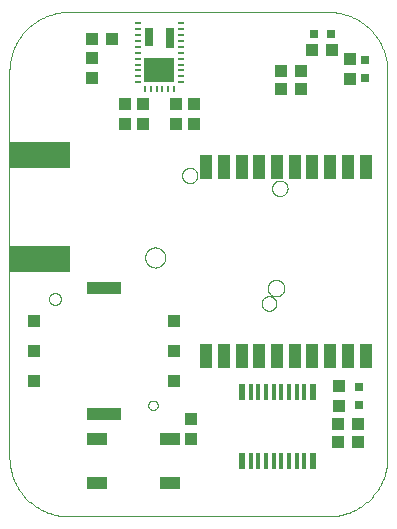
<source format=gtp>
G75*
%MOIN*%
%OFA0B0*%
%FSLAX25Y25*%
%IPPOS*%
%LPD*%
%AMOC8*
5,1,8,0,0,1.08239X$1,22.5*
%
%ADD10C,0.00000*%
%ADD11R,0.20000X0.09000*%
%ADD12R,0.07087X0.04331*%
%ADD13R,0.04331X0.03937*%
%ADD14R,0.03937X0.04331*%
%ADD15R,0.03150X0.03150*%
%ADD16R,0.03937X0.07874*%
%ADD17R,0.01969X0.00984*%
%ADD18R,0.00984X0.01969*%
%ADD19R,0.02953X0.06890*%
%ADD20R,0.02953X0.05906*%
%ADD21R,0.09843X0.08268*%
%ADD22R,0.01575X0.05315*%
%ADD23R,0.02362X0.05315*%
%ADD24R,0.11811X0.03937*%
D10*
X0114340Y0151282D02*
X0114340Y0280022D01*
X0114346Y0280498D01*
X0114363Y0280973D01*
X0114392Y0281448D01*
X0114432Y0281922D01*
X0114484Y0282395D01*
X0114547Y0282866D01*
X0114621Y0283336D01*
X0114707Y0283804D01*
X0114804Y0284270D01*
X0114912Y0284733D01*
X0115031Y0285193D01*
X0115162Y0285651D01*
X0115303Y0286105D01*
X0115456Y0286556D01*
X0115619Y0287002D01*
X0115793Y0287445D01*
X0115978Y0287883D01*
X0116173Y0288317D01*
X0116379Y0288746D01*
X0116595Y0289170D01*
X0116821Y0289589D01*
X0117057Y0290002D01*
X0117303Y0290409D01*
X0117559Y0290810D01*
X0117825Y0291204D01*
X0118100Y0291593D01*
X0118384Y0291974D01*
X0118677Y0292348D01*
X0118979Y0292716D01*
X0119291Y0293076D01*
X0119610Y0293428D01*
X0119938Y0293772D01*
X0120275Y0294109D01*
X0120619Y0294437D01*
X0120971Y0294756D01*
X0121331Y0295068D01*
X0121699Y0295370D01*
X0122073Y0295663D01*
X0122454Y0295947D01*
X0122843Y0296222D01*
X0123237Y0296488D01*
X0123638Y0296744D01*
X0124045Y0296990D01*
X0124458Y0297226D01*
X0124877Y0297452D01*
X0125301Y0297668D01*
X0125730Y0297874D01*
X0126164Y0298069D01*
X0126602Y0298254D01*
X0127045Y0298428D01*
X0127491Y0298591D01*
X0127942Y0298744D01*
X0128396Y0298885D01*
X0128854Y0299016D01*
X0129314Y0299135D01*
X0129777Y0299243D01*
X0130243Y0299340D01*
X0130711Y0299426D01*
X0131181Y0299500D01*
X0131652Y0299563D01*
X0132125Y0299615D01*
X0132599Y0299655D01*
X0133074Y0299684D01*
X0133549Y0299701D01*
X0134025Y0299707D01*
X0220639Y0299707D01*
X0221115Y0299701D01*
X0221590Y0299684D01*
X0222065Y0299655D01*
X0222539Y0299615D01*
X0223012Y0299563D01*
X0223483Y0299500D01*
X0223953Y0299426D01*
X0224421Y0299340D01*
X0224887Y0299243D01*
X0225350Y0299135D01*
X0225810Y0299016D01*
X0226268Y0298885D01*
X0226722Y0298744D01*
X0227173Y0298591D01*
X0227619Y0298428D01*
X0228062Y0298254D01*
X0228500Y0298069D01*
X0228934Y0297874D01*
X0229363Y0297668D01*
X0229787Y0297452D01*
X0230206Y0297226D01*
X0230619Y0296990D01*
X0231026Y0296744D01*
X0231427Y0296488D01*
X0231821Y0296222D01*
X0232210Y0295947D01*
X0232591Y0295663D01*
X0232965Y0295370D01*
X0233333Y0295068D01*
X0233693Y0294756D01*
X0234045Y0294437D01*
X0234389Y0294109D01*
X0234726Y0293772D01*
X0235054Y0293428D01*
X0235373Y0293076D01*
X0235685Y0292716D01*
X0235987Y0292348D01*
X0236280Y0291974D01*
X0236564Y0291593D01*
X0236839Y0291204D01*
X0237105Y0290810D01*
X0237361Y0290409D01*
X0237607Y0290002D01*
X0237843Y0289589D01*
X0238069Y0289170D01*
X0238285Y0288746D01*
X0238491Y0288317D01*
X0238686Y0287883D01*
X0238871Y0287445D01*
X0239045Y0287002D01*
X0239208Y0286556D01*
X0239361Y0286105D01*
X0239502Y0285651D01*
X0239633Y0285193D01*
X0239752Y0284733D01*
X0239860Y0284270D01*
X0239957Y0283804D01*
X0240043Y0283336D01*
X0240117Y0282866D01*
X0240180Y0282395D01*
X0240232Y0281922D01*
X0240272Y0281448D01*
X0240301Y0280973D01*
X0240318Y0280498D01*
X0240324Y0280022D01*
X0240324Y0151282D01*
X0240318Y0150806D01*
X0240301Y0150331D01*
X0240272Y0149856D01*
X0240232Y0149382D01*
X0240180Y0148909D01*
X0240117Y0148438D01*
X0240043Y0147968D01*
X0239957Y0147500D01*
X0239860Y0147034D01*
X0239752Y0146571D01*
X0239633Y0146111D01*
X0239502Y0145653D01*
X0239361Y0145199D01*
X0239208Y0144748D01*
X0239045Y0144302D01*
X0238871Y0143859D01*
X0238686Y0143421D01*
X0238491Y0142987D01*
X0238285Y0142558D01*
X0238069Y0142134D01*
X0237843Y0141715D01*
X0237607Y0141302D01*
X0237361Y0140895D01*
X0237105Y0140494D01*
X0236839Y0140100D01*
X0236564Y0139711D01*
X0236280Y0139330D01*
X0235987Y0138956D01*
X0235685Y0138588D01*
X0235373Y0138228D01*
X0235054Y0137876D01*
X0234726Y0137532D01*
X0234389Y0137195D01*
X0234045Y0136867D01*
X0233693Y0136548D01*
X0233333Y0136236D01*
X0232965Y0135934D01*
X0232591Y0135641D01*
X0232210Y0135357D01*
X0231821Y0135082D01*
X0231427Y0134816D01*
X0231026Y0134560D01*
X0230619Y0134314D01*
X0230206Y0134078D01*
X0229787Y0133852D01*
X0229363Y0133636D01*
X0228934Y0133430D01*
X0228500Y0133235D01*
X0228062Y0133050D01*
X0227619Y0132876D01*
X0227173Y0132713D01*
X0226722Y0132560D01*
X0226268Y0132419D01*
X0225810Y0132288D01*
X0225350Y0132169D01*
X0224887Y0132061D01*
X0224421Y0131964D01*
X0223953Y0131878D01*
X0223483Y0131804D01*
X0223012Y0131741D01*
X0222539Y0131689D01*
X0222065Y0131649D01*
X0221590Y0131620D01*
X0221115Y0131603D01*
X0220639Y0131597D01*
X0134025Y0131597D01*
X0133549Y0131603D01*
X0133074Y0131620D01*
X0132599Y0131649D01*
X0132125Y0131689D01*
X0131652Y0131741D01*
X0131181Y0131804D01*
X0130711Y0131878D01*
X0130243Y0131964D01*
X0129777Y0132061D01*
X0129314Y0132169D01*
X0128854Y0132288D01*
X0128396Y0132419D01*
X0127942Y0132560D01*
X0127491Y0132713D01*
X0127045Y0132876D01*
X0126602Y0133050D01*
X0126164Y0133235D01*
X0125730Y0133430D01*
X0125301Y0133636D01*
X0124877Y0133852D01*
X0124458Y0134078D01*
X0124045Y0134314D01*
X0123638Y0134560D01*
X0123237Y0134816D01*
X0122843Y0135082D01*
X0122454Y0135357D01*
X0122073Y0135641D01*
X0121699Y0135934D01*
X0121331Y0136236D01*
X0120971Y0136548D01*
X0120619Y0136867D01*
X0120275Y0137195D01*
X0119938Y0137532D01*
X0119610Y0137876D01*
X0119291Y0138228D01*
X0118979Y0138588D01*
X0118677Y0138956D01*
X0118384Y0139330D01*
X0118100Y0139711D01*
X0117825Y0140100D01*
X0117559Y0140494D01*
X0117303Y0140895D01*
X0117057Y0141302D01*
X0116821Y0141715D01*
X0116595Y0142134D01*
X0116379Y0142558D01*
X0116173Y0142987D01*
X0115978Y0143421D01*
X0115793Y0143859D01*
X0115619Y0144302D01*
X0115456Y0144748D01*
X0115303Y0145199D01*
X0115162Y0145653D01*
X0115031Y0146111D01*
X0114912Y0146571D01*
X0114804Y0147034D01*
X0114707Y0147500D01*
X0114621Y0147968D01*
X0114547Y0148438D01*
X0114484Y0148909D01*
X0114432Y0149382D01*
X0114392Y0149856D01*
X0114363Y0150331D01*
X0114346Y0150806D01*
X0114340Y0151282D01*
X0127528Y0204038D02*
X0127530Y0204126D01*
X0127536Y0204214D01*
X0127546Y0204302D01*
X0127560Y0204390D01*
X0127577Y0204476D01*
X0127599Y0204562D01*
X0127624Y0204646D01*
X0127654Y0204730D01*
X0127686Y0204812D01*
X0127723Y0204892D01*
X0127763Y0204971D01*
X0127807Y0205048D01*
X0127854Y0205123D01*
X0127904Y0205195D01*
X0127958Y0205266D01*
X0128014Y0205333D01*
X0128074Y0205399D01*
X0128136Y0205461D01*
X0128202Y0205521D01*
X0128269Y0205577D01*
X0128340Y0205631D01*
X0128412Y0205681D01*
X0128487Y0205728D01*
X0128564Y0205772D01*
X0128643Y0205812D01*
X0128723Y0205849D01*
X0128805Y0205881D01*
X0128889Y0205911D01*
X0128973Y0205936D01*
X0129059Y0205958D01*
X0129145Y0205975D01*
X0129233Y0205989D01*
X0129321Y0205999D01*
X0129409Y0206005D01*
X0129497Y0206007D01*
X0129585Y0206005D01*
X0129673Y0205999D01*
X0129761Y0205989D01*
X0129849Y0205975D01*
X0129935Y0205958D01*
X0130021Y0205936D01*
X0130105Y0205911D01*
X0130189Y0205881D01*
X0130271Y0205849D01*
X0130351Y0205812D01*
X0130430Y0205772D01*
X0130507Y0205728D01*
X0130582Y0205681D01*
X0130654Y0205631D01*
X0130725Y0205577D01*
X0130792Y0205521D01*
X0130858Y0205461D01*
X0130920Y0205399D01*
X0130980Y0205333D01*
X0131036Y0205266D01*
X0131090Y0205195D01*
X0131140Y0205123D01*
X0131187Y0205048D01*
X0131231Y0204971D01*
X0131271Y0204892D01*
X0131308Y0204812D01*
X0131340Y0204730D01*
X0131370Y0204646D01*
X0131395Y0204562D01*
X0131417Y0204476D01*
X0131434Y0204390D01*
X0131448Y0204302D01*
X0131458Y0204214D01*
X0131464Y0204126D01*
X0131466Y0204038D01*
X0131464Y0203950D01*
X0131458Y0203862D01*
X0131448Y0203774D01*
X0131434Y0203686D01*
X0131417Y0203600D01*
X0131395Y0203514D01*
X0131370Y0203430D01*
X0131340Y0203346D01*
X0131308Y0203264D01*
X0131271Y0203184D01*
X0131231Y0203105D01*
X0131187Y0203028D01*
X0131140Y0202953D01*
X0131090Y0202881D01*
X0131036Y0202810D01*
X0130980Y0202743D01*
X0130920Y0202677D01*
X0130858Y0202615D01*
X0130792Y0202555D01*
X0130725Y0202499D01*
X0130654Y0202445D01*
X0130582Y0202395D01*
X0130507Y0202348D01*
X0130430Y0202304D01*
X0130351Y0202264D01*
X0130271Y0202227D01*
X0130189Y0202195D01*
X0130105Y0202165D01*
X0130021Y0202140D01*
X0129935Y0202118D01*
X0129849Y0202101D01*
X0129761Y0202087D01*
X0129673Y0202077D01*
X0129585Y0202071D01*
X0129497Y0202069D01*
X0129409Y0202071D01*
X0129321Y0202077D01*
X0129233Y0202087D01*
X0129145Y0202101D01*
X0129059Y0202118D01*
X0128973Y0202140D01*
X0128889Y0202165D01*
X0128805Y0202195D01*
X0128723Y0202227D01*
X0128643Y0202264D01*
X0128564Y0202304D01*
X0128487Y0202348D01*
X0128412Y0202395D01*
X0128340Y0202445D01*
X0128269Y0202499D01*
X0128202Y0202555D01*
X0128136Y0202615D01*
X0128074Y0202677D01*
X0128014Y0202743D01*
X0127958Y0202810D01*
X0127904Y0202881D01*
X0127854Y0202953D01*
X0127807Y0203028D01*
X0127763Y0203105D01*
X0127723Y0203184D01*
X0127686Y0203264D01*
X0127654Y0203346D01*
X0127624Y0203430D01*
X0127599Y0203514D01*
X0127577Y0203600D01*
X0127560Y0203686D01*
X0127546Y0203774D01*
X0127536Y0203862D01*
X0127530Y0203950D01*
X0127528Y0204038D01*
X0114340Y0212747D02*
X0114340Y0256747D01*
X0159576Y0217896D02*
X0159578Y0218011D01*
X0159584Y0218127D01*
X0159594Y0218242D01*
X0159608Y0218357D01*
X0159626Y0218471D01*
X0159648Y0218584D01*
X0159673Y0218697D01*
X0159703Y0218808D01*
X0159736Y0218919D01*
X0159773Y0219028D01*
X0159814Y0219136D01*
X0159859Y0219243D01*
X0159907Y0219348D01*
X0159959Y0219451D01*
X0160015Y0219552D01*
X0160074Y0219652D01*
X0160136Y0219749D01*
X0160202Y0219844D01*
X0160270Y0219937D01*
X0160342Y0220027D01*
X0160417Y0220115D01*
X0160496Y0220200D01*
X0160577Y0220282D01*
X0160660Y0220362D01*
X0160747Y0220438D01*
X0160836Y0220512D01*
X0160927Y0220582D01*
X0161021Y0220650D01*
X0161117Y0220714D01*
X0161216Y0220774D01*
X0161316Y0220831D01*
X0161418Y0220885D01*
X0161522Y0220935D01*
X0161628Y0220982D01*
X0161735Y0221025D01*
X0161844Y0221064D01*
X0161954Y0221099D01*
X0162065Y0221130D01*
X0162177Y0221158D01*
X0162290Y0221182D01*
X0162404Y0221202D01*
X0162519Y0221218D01*
X0162634Y0221230D01*
X0162749Y0221238D01*
X0162864Y0221242D01*
X0162980Y0221242D01*
X0163095Y0221238D01*
X0163210Y0221230D01*
X0163325Y0221218D01*
X0163440Y0221202D01*
X0163554Y0221182D01*
X0163667Y0221158D01*
X0163779Y0221130D01*
X0163890Y0221099D01*
X0164000Y0221064D01*
X0164109Y0221025D01*
X0164216Y0220982D01*
X0164322Y0220935D01*
X0164426Y0220885D01*
X0164528Y0220831D01*
X0164628Y0220774D01*
X0164727Y0220714D01*
X0164823Y0220650D01*
X0164917Y0220582D01*
X0165008Y0220512D01*
X0165097Y0220438D01*
X0165184Y0220362D01*
X0165267Y0220282D01*
X0165348Y0220200D01*
X0165427Y0220115D01*
X0165502Y0220027D01*
X0165574Y0219937D01*
X0165642Y0219844D01*
X0165708Y0219749D01*
X0165770Y0219652D01*
X0165829Y0219552D01*
X0165885Y0219451D01*
X0165937Y0219348D01*
X0165985Y0219243D01*
X0166030Y0219136D01*
X0166071Y0219028D01*
X0166108Y0218919D01*
X0166141Y0218808D01*
X0166171Y0218697D01*
X0166196Y0218584D01*
X0166218Y0218471D01*
X0166236Y0218357D01*
X0166250Y0218242D01*
X0166260Y0218127D01*
X0166266Y0218011D01*
X0166268Y0217896D01*
X0166266Y0217781D01*
X0166260Y0217665D01*
X0166250Y0217550D01*
X0166236Y0217435D01*
X0166218Y0217321D01*
X0166196Y0217208D01*
X0166171Y0217095D01*
X0166141Y0216984D01*
X0166108Y0216873D01*
X0166071Y0216764D01*
X0166030Y0216656D01*
X0165985Y0216549D01*
X0165937Y0216444D01*
X0165885Y0216341D01*
X0165829Y0216240D01*
X0165770Y0216140D01*
X0165708Y0216043D01*
X0165642Y0215948D01*
X0165574Y0215855D01*
X0165502Y0215765D01*
X0165427Y0215677D01*
X0165348Y0215592D01*
X0165267Y0215510D01*
X0165184Y0215430D01*
X0165097Y0215354D01*
X0165008Y0215280D01*
X0164917Y0215210D01*
X0164823Y0215142D01*
X0164727Y0215078D01*
X0164628Y0215018D01*
X0164528Y0214961D01*
X0164426Y0214907D01*
X0164322Y0214857D01*
X0164216Y0214810D01*
X0164109Y0214767D01*
X0164000Y0214728D01*
X0163890Y0214693D01*
X0163779Y0214662D01*
X0163667Y0214634D01*
X0163554Y0214610D01*
X0163440Y0214590D01*
X0163325Y0214574D01*
X0163210Y0214562D01*
X0163095Y0214554D01*
X0162980Y0214550D01*
X0162864Y0214550D01*
X0162749Y0214554D01*
X0162634Y0214562D01*
X0162519Y0214574D01*
X0162404Y0214590D01*
X0162290Y0214610D01*
X0162177Y0214634D01*
X0162065Y0214662D01*
X0161954Y0214693D01*
X0161844Y0214728D01*
X0161735Y0214767D01*
X0161628Y0214810D01*
X0161522Y0214857D01*
X0161418Y0214907D01*
X0161316Y0214961D01*
X0161216Y0215018D01*
X0161117Y0215078D01*
X0161021Y0215142D01*
X0160927Y0215210D01*
X0160836Y0215280D01*
X0160747Y0215354D01*
X0160660Y0215430D01*
X0160577Y0215510D01*
X0160496Y0215592D01*
X0160417Y0215677D01*
X0160342Y0215765D01*
X0160270Y0215855D01*
X0160202Y0215948D01*
X0160136Y0216043D01*
X0160074Y0216140D01*
X0160015Y0216240D01*
X0159959Y0216341D01*
X0159907Y0216444D01*
X0159859Y0216549D01*
X0159814Y0216656D01*
X0159773Y0216764D01*
X0159736Y0216873D01*
X0159703Y0216984D01*
X0159673Y0217095D01*
X0159648Y0217208D01*
X0159626Y0217321D01*
X0159608Y0217435D01*
X0159594Y0217550D01*
X0159584Y0217665D01*
X0159578Y0217781D01*
X0159576Y0217896D01*
X0171919Y0245219D02*
X0171921Y0245319D01*
X0171927Y0245419D01*
X0171937Y0245519D01*
X0171951Y0245619D01*
X0171968Y0245717D01*
X0171990Y0245815D01*
X0172016Y0245912D01*
X0172045Y0246008D01*
X0172078Y0246103D01*
X0172115Y0246196D01*
X0172155Y0246288D01*
X0172199Y0246378D01*
X0172247Y0246467D01*
X0172298Y0246553D01*
X0172352Y0246637D01*
X0172410Y0246719D01*
X0172471Y0246799D01*
X0172535Y0246877D01*
X0172602Y0246951D01*
X0172672Y0247023D01*
X0172744Y0247092D01*
X0172820Y0247159D01*
X0172897Y0247222D01*
X0172978Y0247282D01*
X0173060Y0247339D01*
X0173145Y0247392D01*
X0173232Y0247442D01*
X0173321Y0247489D01*
X0173412Y0247532D01*
X0173504Y0247572D01*
X0173597Y0247608D01*
X0173693Y0247640D01*
X0173789Y0247668D01*
X0173886Y0247693D01*
X0173984Y0247713D01*
X0174083Y0247730D01*
X0174183Y0247743D01*
X0174283Y0247752D01*
X0174383Y0247757D01*
X0174483Y0247758D01*
X0174583Y0247755D01*
X0174683Y0247748D01*
X0174783Y0247737D01*
X0174882Y0247722D01*
X0174981Y0247704D01*
X0175079Y0247681D01*
X0175176Y0247655D01*
X0175271Y0247624D01*
X0175366Y0247590D01*
X0175459Y0247553D01*
X0175550Y0247511D01*
X0175640Y0247466D01*
X0175728Y0247418D01*
X0175813Y0247366D01*
X0175897Y0247311D01*
X0175979Y0247252D01*
X0176058Y0247191D01*
X0176134Y0247126D01*
X0176208Y0247058D01*
X0176280Y0246988D01*
X0176348Y0246914D01*
X0176414Y0246838D01*
X0176476Y0246760D01*
X0176535Y0246679D01*
X0176591Y0246596D01*
X0176644Y0246510D01*
X0176693Y0246423D01*
X0176739Y0246334D01*
X0176782Y0246243D01*
X0176820Y0246150D01*
X0176855Y0246056D01*
X0176886Y0245961D01*
X0176914Y0245864D01*
X0176937Y0245766D01*
X0176957Y0245668D01*
X0176973Y0245569D01*
X0176985Y0245469D01*
X0176993Y0245369D01*
X0176997Y0245269D01*
X0176997Y0245169D01*
X0176993Y0245069D01*
X0176985Y0244969D01*
X0176973Y0244869D01*
X0176957Y0244770D01*
X0176937Y0244672D01*
X0176914Y0244574D01*
X0176886Y0244477D01*
X0176855Y0244382D01*
X0176820Y0244288D01*
X0176782Y0244195D01*
X0176739Y0244104D01*
X0176693Y0244015D01*
X0176644Y0243928D01*
X0176591Y0243842D01*
X0176535Y0243759D01*
X0176476Y0243678D01*
X0176414Y0243600D01*
X0176348Y0243524D01*
X0176280Y0243450D01*
X0176208Y0243380D01*
X0176134Y0243312D01*
X0176058Y0243247D01*
X0175979Y0243186D01*
X0175897Y0243127D01*
X0175813Y0243072D01*
X0175727Y0243020D01*
X0175640Y0242972D01*
X0175550Y0242927D01*
X0175459Y0242885D01*
X0175366Y0242848D01*
X0175271Y0242814D01*
X0175176Y0242783D01*
X0175079Y0242757D01*
X0174981Y0242734D01*
X0174882Y0242716D01*
X0174783Y0242701D01*
X0174683Y0242690D01*
X0174583Y0242683D01*
X0174483Y0242680D01*
X0174383Y0242681D01*
X0174283Y0242686D01*
X0174183Y0242695D01*
X0174083Y0242708D01*
X0173984Y0242725D01*
X0173886Y0242745D01*
X0173789Y0242770D01*
X0173693Y0242798D01*
X0173597Y0242830D01*
X0173504Y0242866D01*
X0173412Y0242906D01*
X0173321Y0242949D01*
X0173232Y0242996D01*
X0173145Y0243046D01*
X0173060Y0243099D01*
X0172978Y0243156D01*
X0172897Y0243216D01*
X0172820Y0243279D01*
X0172744Y0243346D01*
X0172672Y0243415D01*
X0172602Y0243487D01*
X0172535Y0243561D01*
X0172471Y0243639D01*
X0172410Y0243719D01*
X0172352Y0243801D01*
X0172298Y0243885D01*
X0172247Y0243971D01*
X0172199Y0244060D01*
X0172155Y0244150D01*
X0172115Y0244242D01*
X0172078Y0244335D01*
X0172045Y0244430D01*
X0172016Y0244526D01*
X0171990Y0244623D01*
X0171968Y0244721D01*
X0171951Y0244819D01*
X0171937Y0244919D01*
X0171927Y0245019D01*
X0171921Y0245119D01*
X0171919Y0245219D01*
X0201879Y0240967D02*
X0201881Y0241068D01*
X0201887Y0241169D01*
X0201897Y0241270D01*
X0201911Y0241370D01*
X0201929Y0241470D01*
X0201950Y0241569D01*
X0201976Y0241667D01*
X0202005Y0241764D01*
X0202038Y0241860D01*
X0202075Y0241954D01*
X0202116Y0242047D01*
X0202160Y0242138D01*
X0202208Y0242227D01*
X0202259Y0242315D01*
X0202314Y0242400D01*
X0202372Y0242483D01*
X0202433Y0242564D01*
X0202497Y0242642D01*
X0202564Y0242718D01*
X0202634Y0242791D01*
X0202707Y0242861D01*
X0202783Y0242928D01*
X0202861Y0242992D01*
X0202942Y0243053D01*
X0203025Y0243111D01*
X0203110Y0243166D01*
X0203198Y0243217D01*
X0203287Y0243265D01*
X0203378Y0243309D01*
X0203471Y0243350D01*
X0203565Y0243387D01*
X0203661Y0243420D01*
X0203758Y0243449D01*
X0203856Y0243475D01*
X0203955Y0243496D01*
X0204055Y0243514D01*
X0204155Y0243528D01*
X0204256Y0243538D01*
X0204357Y0243544D01*
X0204458Y0243546D01*
X0204559Y0243544D01*
X0204660Y0243538D01*
X0204761Y0243528D01*
X0204861Y0243514D01*
X0204961Y0243496D01*
X0205060Y0243475D01*
X0205158Y0243449D01*
X0205255Y0243420D01*
X0205351Y0243387D01*
X0205445Y0243350D01*
X0205538Y0243309D01*
X0205629Y0243265D01*
X0205718Y0243217D01*
X0205806Y0243166D01*
X0205891Y0243111D01*
X0205974Y0243053D01*
X0206055Y0242992D01*
X0206133Y0242928D01*
X0206209Y0242861D01*
X0206282Y0242791D01*
X0206352Y0242718D01*
X0206419Y0242642D01*
X0206483Y0242564D01*
X0206544Y0242483D01*
X0206602Y0242400D01*
X0206657Y0242315D01*
X0206708Y0242227D01*
X0206756Y0242138D01*
X0206800Y0242047D01*
X0206841Y0241954D01*
X0206878Y0241860D01*
X0206911Y0241764D01*
X0206940Y0241667D01*
X0206966Y0241569D01*
X0206987Y0241470D01*
X0207005Y0241370D01*
X0207019Y0241270D01*
X0207029Y0241169D01*
X0207035Y0241068D01*
X0207037Y0240967D01*
X0207035Y0240866D01*
X0207029Y0240765D01*
X0207019Y0240664D01*
X0207005Y0240564D01*
X0206987Y0240464D01*
X0206966Y0240365D01*
X0206940Y0240267D01*
X0206911Y0240170D01*
X0206878Y0240074D01*
X0206841Y0239980D01*
X0206800Y0239887D01*
X0206756Y0239796D01*
X0206708Y0239707D01*
X0206657Y0239619D01*
X0206602Y0239534D01*
X0206544Y0239451D01*
X0206483Y0239370D01*
X0206419Y0239292D01*
X0206352Y0239216D01*
X0206282Y0239143D01*
X0206209Y0239073D01*
X0206133Y0239006D01*
X0206055Y0238942D01*
X0205974Y0238881D01*
X0205891Y0238823D01*
X0205806Y0238768D01*
X0205718Y0238717D01*
X0205629Y0238669D01*
X0205538Y0238625D01*
X0205445Y0238584D01*
X0205351Y0238547D01*
X0205255Y0238514D01*
X0205158Y0238485D01*
X0205060Y0238459D01*
X0204961Y0238438D01*
X0204861Y0238420D01*
X0204761Y0238406D01*
X0204660Y0238396D01*
X0204559Y0238390D01*
X0204458Y0238388D01*
X0204357Y0238390D01*
X0204256Y0238396D01*
X0204155Y0238406D01*
X0204055Y0238420D01*
X0203955Y0238438D01*
X0203856Y0238459D01*
X0203758Y0238485D01*
X0203661Y0238514D01*
X0203565Y0238547D01*
X0203471Y0238584D01*
X0203378Y0238625D01*
X0203287Y0238669D01*
X0203198Y0238717D01*
X0203110Y0238768D01*
X0203025Y0238823D01*
X0202942Y0238881D01*
X0202861Y0238942D01*
X0202783Y0239006D01*
X0202707Y0239073D01*
X0202634Y0239143D01*
X0202564Y0239216D01*
X0202497Y0239292D01*
X0202433Y0239370D01*
X0202372Y0239451D01*
X0202314Y0239534D01*
X0202259Y0239619D01*
X0202208Y0239707D01*
X0202160Y0239796D01*
X0202116Y0239887D01*
X0202075Y0239980D01*
X0202038Y0240074D01*
X0202005Y0240170D01*
X0201976Y0240267D01*
X0201950Y0240365D01*
X0201929Y0240464D01*
X0201911Y0240564D01*
X0201897Y0240664D01*
X0201887Y0240765D01*
X0201881Y0240866D01*
X0201879Y0240967D01*
X0200442Y0207660D02*
X0200444Y0207765D01*
X0200450Y0207870D01*
X0200460Y0207974D01*
X0200474Y0208078D01*
X0200492Y0208182D01*
X0200514Y0208284D01*
X0200539Y0208386D01*
X0200569Y0208487D01*
X0200602Y0208586D01*
X0200639Y0208684D01*
X0200680Y0208781D01*
X0200725Y0208876D01*
X0200773Y0208969D01*
X0200824Y0209061D01*
X0200880Y0209150D01*
X0200938Y0209237D01*
X0201000Y0209322D01*
X0201064Y0209405D01*
X0201132Y0209485D01*
X0201203Y0209562D01*
X0201277Y0209636D01*
X0201354Y0209708D01*
X0201433Y0209777D01*
X0201515Y0209842D01*
X0201599Y0209905D01*
X0201686Y0209964D01*
X0201775Y0210020D01*
X0201866Y0210073D01*
X0201959Y0210122D01*
X0202053Y0210167D01*
X0202149Y0210209D01*
X0202247Y0210247D01*
X0202346Y0210281D01*
X0202447Y0210312D01*
X0202548Y0210338D01*
X0202651Y0210361D01*
X0202754Y0210380D01*
X0202858Y0210395D01*
X0202962Y0210406D01*
X0203067Y0210413D01*
X0203172Y0210416D01*
X0203277Y0210415D01*
X0203382Y0210410D01*
X0203486Y0210401D01*
X0203590Y0210388D01*
X0203694Y0210371D01*
X0203797Y0210350D01*
X0203899Y0210325D01*
X0204000Y0210297D01*
X0204099Y0210264D01*
X0204198Y0210228D01*
X0204295Y0210188D01*
X0204390Y0210145D01*
X0204484Y0210097D01*
X0204576Y0210047D01*
X0204666Y0209993D01*
X0204754Y0209935D01*
X0204839Y0209874D01*
X0204922Y0209810D01*
X0205003Y0209743D01*
X0205081Y0209673D01*
X0205156Y0209599D01*
X0205228Y0209524D01*
X0205298Y0209445D01*
X0205364Y0209364D01*
X0205428Y0209280D01*
X0205488Y0209194D01*
X0205544Y0209106D01*
X0205598Y0209015D01*
X0205648Y0208923D01*
X0205694Y0208829D01*
X0205737Y0208733D01*
X0205776Y0208635D01*
X0205811Y0208537D01*
X0205842Y0208436D01*
X0205870Y0208335D01*
X0205894Y0208233D01*
X0205914Y0208130D01*
X0205930Y0208026D01*
X0205942Y0207922D01*
X0205950Y0207817D01*
X0205954Y0207712D01*
X0205954Y0207608D01*
X0205950Y0207503D01*
X0205942Y0207398D01*
X0205930Y0207294D01*
X0205914Y0207190D01*
X0205894Y0207087D01*
X0205870Y0206985D01*
X0205842Y0206884D01*
X0205811Y0206783D01*
X0205776Y0206685D01*
X0205737Y0206587D01*
X0205694Y0206491D01*
X0205648Y0206397D01*
X0205598Y0206305D01*
X0205544Y0206214D01*
X0205488Y0206126D01*
X0205428Y0206040D01*
X0205364Y0205956D01*
X0205298Y0205875D01*
X0205228Y0205796D01*
X0205156Y0205721D01*
X0205081Y0205647D01*
X0205003Y0205577D01*
X0204922Y0205510D01*
X0204839Y0205446D01*
X0204754Y0205385D01*
X0204666Y0205327D01*
X0204576Y0205273D01*
X0204484Y0205223D01*
X0204390Y0205175D01*
X0204295Y0205132D01*
X0204198Y0205092D01*
X0204099Y0205056D01*
X0204000Y0205023D01*
X0203899Y0204995D01*
X0203797Y0204970D01*
X0203694Y0204949D01*
X0203590Y0204932D01*
X0203486Y0204919D01*
X0203382Y0204910D01*
X0203277Y0204905D01*
X0203172Y0204904D01*
X0203067Y0204907D01*
X0202962Y0204914D01*
X0202858Y0204925D01*
X0202754Y0204940D01*
X0202651Y0204959D01*
X0202548Y0204982D01*
X0202447Y0205008D01*
X0202346Y0205039D01*
X0202247Y0205073D01*
X0202149Y0205111D01*
X0202053Y0205153D01*
X0201959Y0205198D01*
X0201866Y0205247D01*
X0201775Y0205300D01*
X0201686Y0205356D01*
X0201599Y0205415D01*
X0201515Y0205478D01*
X0201433Y0205543D01*
X0201354Y0205612D01*
X0201277Y0205684D01*
X0201203Y0205758D01*
X0201132Y0205835D01*
X0201064Y0205915D01*
X0201000Y0205998D01*
X0200938Y0206083D01*
X0200880Y0206170D01*
X0200824Y0206259D01*
X0200773Y0206351D01*
X0200725Y0206444D01*
X0200680Y0206539D01*
X0200639Y0206636D01*
X0200602Y0206734D01*
X0200569Y0206833D01*
X0200539Y0206934D01*
X0200514Y0207036D01*
X0200492Y0207138D01*
X0200474Y0207242D01*
X0200460Y0207346D01*
X0200450Y0207450D01*
X0200444Y0207555D01*
X0200442Y0207660D01*
X0198395Y0202542D02*
X0198397Y0202640D01*
X0198403Y0202738D01*
X0198413Y0202836D01*
X0198427Y0202934D01*
X0198444Y0203030D01*
X0198466Y0203126D01*
X0198491Y0203221D01*
X0198521Y0203315D01*
X0198554Y0203408D01*
X0198590Y0203499D01*
X0198631Y0203588D01*
X0198675Y0203676D01*
X0198722Y0203762D01*
X0198773Y0203847D01*
X0198827Y0203929D01*
X0198885Y0204008D01*
X0198945Y0204086D01*
X0199009Y0204161D01*
X0199076Y0204233D01*
X0199145Y0204302D01*
X0199217Y0204369D01*
X0199292Y0204433D01*
X0199370Y0204493D01*
X0199449Y0204551D01*
X0199531Y0204605D01*
X0199615Y0204656D01*
X0199702Y0204703D01*
X0199790Y0204747D01*
X0199879Y0204788D01*
X0199970Y0204824D01*
X0200063Y0204857D01*
X0200157Y0204887D01*
X0200252Y0204912D01*
X0200348Y0204934D01*
X0200444Y0204951D01*
X0200542Y0204965D01*
X0200640Y0204975D01*
X0200738Y0204981D01*
X0200836Y0204983D01*
X0200934Y0204981D01*
X0201032Y0204975D01*
X0201130Y0204965D01*
X0201228Y0204951D01*
X0201324Y0204934D01*
X0201420Y0204912D01*
X0201515Y0204887D01*
X0201609Y0204857D01*
X0201702Y0204824D01*
X0201793Y0204788D01*
X0201882Y0204747D01*
X0201970Y0204703D01*
X0202056Y0204656D01*
X0202141Y0204605D01*
X0202223Y0204551D01*
X0202302Y0204493D01*
X0202380Y0204433D01*
X0202455Y0204369D01*
X0202527Y0204302D01*
X0202596Y0204233D01*
X0202663Y0204161D01*
X0202727Y0204086D01*
X0202787Y0204008D01*
X0202845Y0203929D01*
X0202899Y0203847D01*
X0202950Y0203763D01*
X0202997Y0203676D01*
X0203041Y0203588D01*
X0203082Y0203499D01*
X0203118Y0203408D01*
X0203151Y0203315D01*
X0203181Y0203221D01*
X0203206Y0203126D01*
X0203228Y0203030D01*
X0203245Y0202934D01*
X0203259Y0202836D01*
X0203269Y0202738D01*
X0203275Y0202640D01*
X0203277Y0202542D01*
X0203275Y0202444D01*
X0203269Y0202346D01*
X0203259Y0202248D01*
X0203245Y0202150D01*
X0203228Y0202054D01*
X0203206Y0201958D01*
X0203181Y0201863D01*
X0203151Y0201769D01*
X0203118Y0201676D01*
X0203082Y0201585D01*
X0203041Y0201496D01*
X0202997Y0201408D01*
X0202950Y0201322D01*
X0202899Y0201237D01*
X0202845Y0201155D01*
X0202787Y0201076D01*
X0202727Y0200998D01*
X0202663Y0200923D01*
X0202596Y0200851D01*
X0202527Y0200782D01*
X0202455Y0200715D01*
X0202380Y0200651D01*
X0202302Y0200591D01*
X0202223Y0200533D01*
X0202141Y0200479D01*
X0202057Y0200428D01*
X0201970Y0200381D01*
X0201882Y0200337D01*
X0201793Y0200296D01*
X0201702Y0200260D01*
X0201609Y0200227D01*
X0201515Y0200197D01*
X0201420Y0200172D01*
X0201324Y0200150D01*
X0201228Y0200133D01*
X0201130Y0200119D01*
X0201032Y0200109D01*
X0200934Y0200103D01*
X0200836Y0200101D01*
X0200738Y0200103D01*
X0200640Y0200109D01*
X0200542Y0200119D01*
X0200444Y0200133D01*
X0200348Y0200150D01*
X0200252Y0200172D01*
X0200157Y0200197D01*
X0200063Y0200227D01*
X0199970Y0200260D01*
X0199879Y0200296D01*
X0199790Y0200337D01*
X0199702Y0200381D01*
X0199616Y0200428D01*
X0199531Y0200479D01*
X0199449Y0200533D01*
X0199370Y0200591D01*
X0199292Y0200651D01*
X0199217Y0200715D01*
X0199145Y0200782D01*
X0199076Y0200851D01*
X0199009Y0200923D01*
X0198945Y0200998D01*
X0198885Y0201076D01*
X0198827Y0201155D01*
X0198773Y0201237D01*
X0198722Y0201321D01*
X0198675Y0201408D01*
X0198631Y0201496D01*
X0198590Y0201585D01*
X0198554Y0201676D01*
X0198521Y0201769D01*
X0198491Y0201863D01*
X0198466Y0201958D01*
X0198444Y0202054D01*
X0198427Y0202150D01*
X0198413Y0202248D01*
X0198403Y0202346D01*
X0198397Y0202444D01*
X0198395Y0202542D01*
X0160599Y0168605D02*
X0160601Y0168684D01*
X0160607Y0168763D01*
X0160617Y0168842D01*
X0160631Y0168920D01*
X0160648Y0168997D01*
X0160670Y0169073D01*
X0160695Y0169148D01*
X0160725Y0169221D01*
X0160757Y0169293D01*
X0160794Y0169364D01*
X0160834Y0169432D01*
X0160877Y0169498D01*
X0160923Y0169562D01*
X0160973Y0169624D01*
X0161026Y0169683D01*
X0161081Y0169739D01*
X0161140Y0169793D01*
X0161201Y0169843D01*
X0161264Y0169891D01*
X0161330Y0169935D01*
X0161398Y0169976D01*
X0161468Y0170013D01*
X0161539Y0170047D01*
X0161613Y0170077D01*
X0161687Y0170103D01*
X0161763Y0170125D01*
X0161840Y0170144D01*
X0161918Y0170159D01*
X0161996Y0170170D01*
X0162075Y0170177D01*
X0162154Y0170180D01*
X0162233Y0170179D01*
X0162312Y0170174D01*
X0162391Y0170165D01*
X0162469Y0170152D01*
X0162546Y0170135D01*
X0162623Y0170115D01*
X0162698Y0170090D01*
X0162772Y0170062D01*
X0162845Y0170030D01*
X0162915Y0169995D01*
X0162984Y0169956D01*
X0163051Y0169913D01*
X0163116Y0169867D01*
X0163178Y0169819D01*
X0163238Y0169767D01*
X0163295Y0169712D01*
X0163349Y0169654D01*
X0163400Y0169594D01*
X0163448Y0169531D01*
X0163493Y0169466D01*
X0163535Y0169398D01*
X0163573Y0169329D01*
X0163607Y0169258D01*
X0163638Y0169185D01*
X0163666Y0169110D01*
X0163689Y0169035D01*
X0163709Y0168958D01*
X0163725Y0168881D01*
X0163737Y0168802D01*
X0163745Y0168724D01*
X0163749Y0168645D01*
X0163749Y0168565D01*
X0163745Y0168486D01*
X0163737Y0168408D01*
X0163725Y0168329D01*
X0163709Y0168252D01*
X0163689Y0168175D01*
X0163666Y0168100D01*
X0163638Y0168025D01*
X0163607Y0167952D01*
X0163573Y0167881D01*
X0163535Y0167812D01*
X0163493Y0167744D01*
X0163448Y0167679D01*
X0163400Y0167616D01*
X0163349Y0167556D01*
X0163295Y0167498D01*
X0163238Y0167443D01*
X0163178Y0167391D01*
X0163116Y0167343D01*
X0163051Y0167297D01*
X0162984Y0167254D01*
X0162915Y0167215D01*
X0162845Y0167180D01*
X0162772Y0167148D01*
X0162698Y0167120D01*
X0162623Y0167095D01*
X0162546Y0167075D01*
X0162469Y0167058D01*
X0162391Y0167045D01*
X0162312Y0167036D01*
X0162233Y0167031D01*
X0162154Y0167030D01*
X0162075Y0167033D01*
X0161996Y0167040D01*
X0161918Y0167051D01*
X0161840Y0167066D01*
X0161763Y0167085D01*
X0161687Y0167107D01*
X0161613Y0167133D01*
X0161539Y0167163D01*
X0161468Y0167197D01*
X0161398Y0167234D01*
X0161330Y0167275D01*
X0161264Y0167319D01*
X0161201Y0167367D01*
X0161140Y0167417D01*
X0161081Y0167471D01*
X0161026Y0167527D01*
X0160973Y0167586D01*
X0160923Y0167648D01*
X0160877Y0167712D01*
X0160834Y0167778D01*
X0160794Y0167846D01*
X0160757Y0167917D01*
X0160725Y0167989D01*
X0160695Y0168062D01*
X0160670Y0168137D01*
X0160648Y0168213D01*
X0160631Y0168290D01*
X0160617Y0168368D01*
X0160607Y0168447D01*
X0160601Y0168526D01*
X0160599Y0168605D01*
D11*
X0124440Y0217347D03*
X0124440Y0252147D03*
D12*
X0143473Y0157384D03*
X0143473Y0142817D03*
X0167883Y0142817D03*
X0167883Y0157384D03*
D13*
X0174970Y0157384D03*
X0174970Y0164077D03*
X0169064Y0176715D03*
X0169064Y0186715D03*
X0169064Y0196715D03*
X0122607Y0196715D03*
X0122607Y0186715D03*
X0122607Y0176715D03*
X0152922Y0262502D03*
X0158828Y0262502D03*
X0158828Y0269195D03*
X0152922Y0269195D03*
X0141899Y0277857D03*
X0141899Y0284550D03*
X0169851Y0269195D03*
X0175757Y0269195D03*
X0175757Y0262502D03*
X0169851Y0262502D03*
X0227725Y0277463D03*
X0227725Y0284156D03*
X0224182Y0175101D03*
X0224182Y0168408D03*
D14*
X0223985Y0162306D03*
X0223985Y0156400D03*
X0230678Y0156400D03*
X0230678Y0162306D03*
X0211387Y0274117D03*
X0211387Y0280022D03*
X0204694Y0280022D03*
X0204694Y0274117D03*
X0215324Y0287109D03*
X0222017Y0287109D03*
X0148395Y0290652D03*
X0141702Y0290652D03*
D15*
X0215718Y0292227D03*
X0221623Y0292227D03*
X0232844Y0283762D03*
X0232844Y0277857D03*
X0230875Y0174707D03*
X0230875Y0168802D03*
D16*
X0233040Y0185140D03*
X0227135Y0185140D03*
X0221229Y0185140D03*
X0215324Y0185140D03*
X0209418Y0185140D03*
X0203513Y0185140D03*
X0197607Y0185140D03*
X0191702Y0185140D03*
X0185796Y0185140D03*
X0179891Y0185140D03*
X0179891Y0248132D03*
X0185796Y0248132D03*
X0191702Y0248132D03*
X0197607Y0248132D03*
X0203513Y0248132D03*
X0209418Y0248132D03*
X0215324Y0248132D03*
X0221229Y0248132D03*
X0227135Y0248132D03*
X0233040Y0248132D03*
D17*
X0171623Y0276302D03*
X0171623Y0278270D03*
X0171623Y0280239D03*
X0171623Y0282207D03*
X0171623Y0284176D03*
X0171623Y0286144D03*
X0171623Y0288113D03*
X0171623Y0290081D03*
X0171623Y0292050D03*
X0171623Y0294018D03*
X0171623Y0295987D03*
X0157056Y0295987D03*
X0157056Y0294018D03*
X0157056Y0292050D03*
X0157056Y0290081D03*
X0157056Y0288113D03*
X0157056Y0286144D03*
X0157056Y0284176D03*
X0157056Y0282207D03*
X0157056Y0280239D03*
X0157056Y0278270D03*
X0157056Y0276302D03*
D18*
X0159418Y0273939D03*
X0161387Y0273939D03*
X0163355Y0273939D03*
X0165324Y0273939D03*
X0167292Y0273939D03*
X0169261Y0273939D03*
D19*
X0167785Y0291065D03*
D20*
X0160895Y0291558D03*
D21*
X0164340Y0280554D03*
D22*
X0194753Y0173034D03*
X0197312Y0173034D03*
X0199871Y0173034D03*
X0202430Y0173034D03*
X0204989Y0173034D03*
X0207548Y0173034D03*
X0210107Y0173034D03*
X0212666Y0173034D03*
X0212666Y0150002D03*
X0210107Y0150002D03*
X0207548Y0150002D03*
X0204989Y0150002D03*
X0202430Y0150002D03*
X0199871Y0150002D03*
X0197312Y0150002D03*
X0194753Y0150002D03*
D23*
X0191800Y0150002D03*
X0191800Y0173034D03*
X0215619Y0173034D03*
X0215619Y0150002D03*
D24*
X0145836Y0165849D03*
X0145836Y0207581D03*
M02*

</source>
